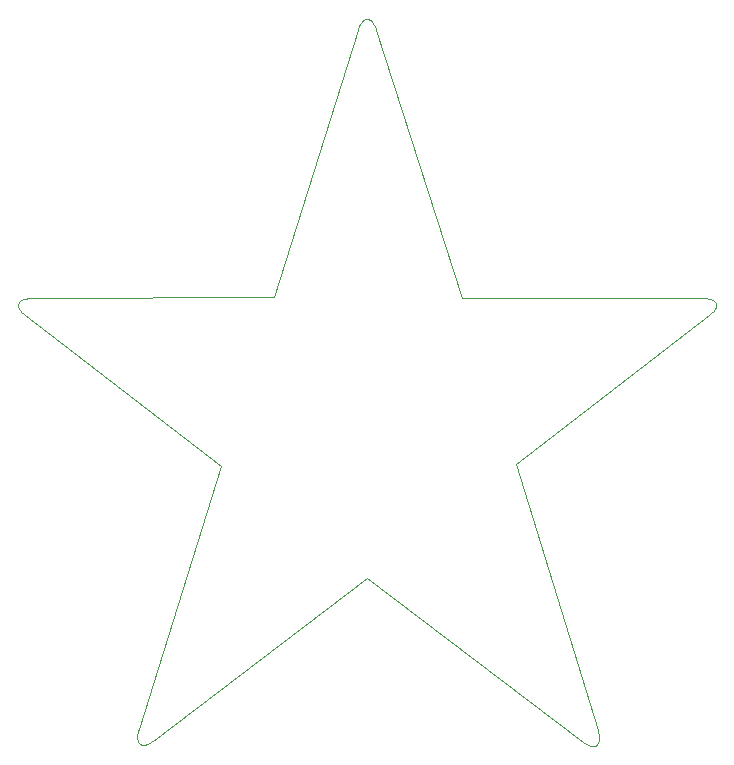
<source format=gm1>
G04 #@! TF.GenerationSoftware,KiCad,Pcbnew,8.0.3*
G04 #@! TF.CreationDate,2024-07-11T09:34:10-07:00*
G04 #@! TF.ProjectId,mozilla-star-badge,6d6f7a69-6c6c-4612-9d73-7461722d6261,rev?*
G04 #@! TF.SameCoordinates,Original*
G04 #@! TF.FileFunction,Profile,NP*
%FSLAX46Y46*%
G04 Gerber Fmt 4.6, Leading zero omitted, Abs format (unit mm)*
G04 Created by KiCad (PCBNEW 8.0.3) date 2024-07-11 09:34:10*
%MOMM*%
%LPD*%
G01*
G04 APERTURE LIST*
G04 #@! TA.AperFunction,Profile*
%ADD10C,0.103188*%
G04 #@! TD*
G04 APERTURE END LIST*
D10*
X30373079Y-63602876D02*
X30373530Y-63661877D01*
X30373530Y-63661877D02*
X30381028Y-63722751D01*
X30379625Y-63545908D02*
X30373079Y-63602876D01*
X30381028Y-63722751D02*
X30395624Y-63785339D01*
X30393117Y-63491131D02*
X30379625Y-63545908D01*
X30395624Y-63785339D02*
X30417368Y-63849484D01*
X30413507Y-63438705D02*
X30393117Y-63491131D01*
X30417368Y-63849484D02*
X30446309Y-63915025D01*
X30440743Y-63388788D02*
X30413507Y-63438705D01*
X30446309Y-63915025D02*
X30482499Y-63981805D01*
X30474775Y-63341539D02*
X30440743Y-63388788D01*
X30482499Y-63981805D02*
X30525987Y-64049663D01*
X30515553Y-63297116D02*
X30474775Y-63341539D01*
X30525987Y-64049663D02*
X30576824Y-64118442D01*
X30563026Y-63255680D02*
X30515553Y-63297116D01*
X30576824Y-64118442D02*
X30635059Y-64187982D01*
X30617146Y-63217389D02*
X30563026Y-63255680D01*
X30635059Y-64187982D02*
X30700744Y-64258125D01*
X30677860Y-63182401D02*
X30617146Y-63217389D01*
X30700744Y-64258125D02*
X30773928Y-64328710D01*
X30745120Y-63150875D02*
X30677860Y-63182401D01*
X30773928Y-64328710D02*
X30854661Y-64399581D01*
X30818875Y-63122972D02*
X30745120Y-63150875D01*
X30854661Y-64399581D02*
X30942994Y-64470577D01*
X30899074Y-63098848D02*
X30818875Y-63122972D01*
X30942994Y-64470577D02*
X47529946Y-77251677D01*
X30985667Y-63078664D02*
X30899074Y-63098848D01*
X31078605Y-63062578D02*
X30985667Y-63078664D01*
X31177837Y-63050749D02*
X31078605Y-63062578D01*
X31283312Y-63043336D02*
X31177837Y-63050749D01*
X31394981Y-63040497D02*
X31283312Y-63043336D01*
X40462288Y-100215546D02*
X40465794Y-100294284D01*
X40463596Y-100132044D02*
X40462288Y-100215546D01*
X40465794Y-100294284D02*
X40474010Y-100368178D01*
X40469820Y-100043857D02*
X40463596Y-100132044D01*
X40474010Y-100368178D02*
X40486833Y-100437150D01*
X40481065Y-99951064D02*
X40469820Y-100043857D01*
X40486833Y-100437150D02*
X40504159Y-100501121D01*
X40497433Y-99853745D02*
X40481065Y-99951064D01*
X40504159Y-100501121D02*
X40525886Y-100560011D01*
X40519028Y-99751977D02*
X40497433Y-99853745D01*
X40525886Y-100560011D02*
X40551910Y-100613741D01*
X40545953Y-99645841D02*
X40519028Y-99751977D01*
X40551910Y-100613741D02*
X40582128Y-100662233D01*
X40578311Y-99535415D02*
X40545953Y-99645841D01*
X40582128Y-100662233D02*
X40616436Y-100705406D01*
X40616436Y-100705406D02*
X40654731Y-100743183D01*
X40654731Y-100743183D02*
X40696910Y-100775483D01*
X40696910Y-100775483D02*
X40742870Y-100802229D01*
X40742870Y-100802229D02*
X40792507Y-100823340D01*
X40792507Y-100823340D02*
X40845718Y-100838737D01*
X40845718Y-100838737D02*
X40902400Y-100848342D01*
X40902400Y-100848342D02*
X40962449Y-100852076D01*
X40962449Y-100852076D02*
X41025762Y-100849858D01*
X41025762Y-100849858D02*
X41092236Y-100841611D01*
X41092236Y-100841611D02*
X41161768Y-100827255D01*
X41161768Y-100827255D02*
X41234253Y-100806711D01*
X41234253Y-100806711D02*
X41309590Y-100779900D01*
X41309590Y-100779900D02*
X41387674Y-100746743D01*
X41387674Y-100746743D02*
X41468403Y-100707160D01*
X41468403Y-100707160D02*
X41551672Y-100661073D01*
X41551672Y-100661073D02*
X41637379Y-100608402D01*
X41637379Y-100608402D02*
X41725421Y-100549068D01*
X41725421Y-100549068D02*
X41815694Y-100482993D01*
X41815694Y-100482993D02*
X59903771Y-86727457D01*
X47529946Y-77251677D02*
X40578311Y-99535415D01*
X52049815Y-62950878D02*
X31394981Y-63040497D01*
X59118375Y-40333167D02*
X52049815Y-62950878D01*
X59154050Y-40225563D02*
X59118375Y-40333167D01*
X59191694Y-40124493D02*
X59154050Y-40225563D01*
X59231185Y-40029957D02*
X59191694Y-40124493D01*
X59272402Y-39941955D02*
X59231185Y-40029957D01*
X59315224Y-39860485D02*
X59272402Y-39941955D01*
X59359528Y-39785549D02*
X59315224Y-39860485D01*
X59405195Y-39717144D02*
X59359528Y-39785549D01*
X59452102Y-39655272D02*
X59405195Y-39717144D01*
X59500128Y-39599931D02*
X59452102Y-39655272D01*
X59549151Y-39551121D02*
X59500128Y-39599931D01*
X59599050Y-39508842D02*
X59549151Y-39551121D01*
X59649704Y-39473093D02*
X59599050Y-39508842D01*
X59700991Y-39443875D02*
X59649704Y-39473093D01*
X59752790Y-39421186D02*
X59700991Y-39443875D01*
X59804979Y-39405027D02*
X59752790Y-39421186D01*
X59857438Y-39395396D02*
X59804979Y-39405027D01*
X59903771Y-86727457D02*
X78174763Y-100591517D01*
X59910043Y-39392294D02*
X59857438Y-39395396D01*
X59962675Y-39395720D02*
X59910043Y-39392294D01*
X60015211Y-39405674D02*
X59962675Y-39395720D01*
X60067530Y-39422156D02*
X60015211Y-39405674D01*
X60119512Y-39445164D02*
X60067530Y-39422156D01*
X60171033Y-39474699D02*
X60119512Y-39445164D01*
X60221973Y-39510761D02*
X60171033Y-39474699D01*
X60272211Y-39553348D02*
X60221973Y-39510761D01*
X60321625Y-39602462D02*
X60272211Y-39553348D01*
X60370094Y-39658100D02*
X60321625Y-39602462D01*
X60417496Y-39720263D02*
X60370094Y-39658100D01*
X60463709Y-39788950D02*
X60417496Y-39720263D01*
X60508613Y-39864162D02*
X60463709Y-39788950D01*
X60552086Y-39945897D02*
X60508613Y-39864162D01*
X60594006Y-40034156D02*
X60552086Y-39945897D01*
X60634252Y-40128938D02*
X60594006Y-40034156D01*
X60672703Y-40230242D02*
X60634252Y-40128938D01*
X60709237Y-40338068D02*
X60672703Y-40230242D01*
X67958436Y-62999889D02*
X60709237Y-40338068D01*
X72492310Y-77070027D02*
X88902822Y-64452412D01*
X78174763Y-100591517D02*
X78265961Y-100658099D01*
X78265961Y-100658099D02*
X78354929Y-100717857D01*
X78354929Y-100717857D02*
X78441563Y-100770873D01*
X78441563Y-100770873D02*
X78525756Y-100817226D01*
X78525756Y-100817226D02*
X78607404Y-100856998D01*
X78607404Y-100856998D02*
X78686402Y-100890268D01*
X78686402Y-100890268D02*
X78762645Y-100917119D01*
X78762645Y-100917119D02*
X78836028Y-100937629D01*
X78836028Y-100937629D02*
X78906445Y-100951880D01*
X78906445Y-100951880D02*
X78973792Y-100959953D01*
X78973792Y-100959953D02*
X79037964Y-100961928D01*
X79037964Y-100961928D02*
X79098854Y-100957885D01*
X79098854Y-100957885D02*
X79156359Y-100947906D01*
X79156359Y-100947906D02*
X79210373Y-100932071D01*
X79210373Y-100932071D02*
X79260791Y-100910460D01*
X79260791Y-100910460D02*
X79307509Y-100883155D01*
X79307509Y-100883155D02*
X79350420Y-100850235D01*
X79350420Y-100850235D02*
X79389420Y-100811782D01*
X79389420Y-100811782D02*
X79424403Y-100767875D01*
X79424403Y-100767875D02*
X79455265Y-100718597D01*
X79433617Y-99625774D02*
X72492310Y-77070027D01*
X79455265Y-100718597D02*
X79481901Y-100664027D01*
X79465895Y-99737557D02*
X79433617Y-99625774D01*
X79481901Y-100664027D02*
X79504206Y-100604245D01*
X79492686Y-99845015D02*
X79465895Y-99737557D01*
X79504206Y-100604245D02*
X79522073Y-100539333D01*
X79514095Y-99948069D02*
X79492686Y-99845015D01*
X79522073Y-100539333D02*
X79535399Y-100469372D01*
X79530226Y-100046636D02*
X79514095Y-99948069D01*
X79535399Y-100469372D02*
X79544079Y-100394441D01*
X79541185Y-100140638D02*
X79530226Y-100046636D01*
X79544079Y-100394441D02*
X79548006Y-100314621D01*
X79547076Y-100229993D02*
X79541185Y-100140638D01*
X79548006Y-100314621D02*
X79547076Y-100229993D01*
X88449435Y-63045398D02*
X67958436Y-62999889D01*
X88560227Y-63047962D02*
X88449435Y-63045398D01*
X88664890Y-63055042D02*
X88560227Y-63047962D01*
X88763374Y-63066483D02*
X88664890Y-63055042D01*
X88855630Y-63082128D02*
X88763374Y-63066483D01*
X88902822Y-64452412D02*
X88990206Y-64382332D01*
X88941605Y-63101820D02*
X88855630Y-63082128D01*
X88990206Y-64382332D02*
X89070050Y-64312391D01*
X89021251Y-63125405D02*
X88941605Y-63101820D01*
X89070050Y-64312391D02*
X89142406Y-64242746D01*
X89094517Y-63152724D02*
X89021251Y-63125405D01*
X89142406Y-64242746D02*
X89207324Y-64173553D01*
X89161352Y-63183623D02*
X89094517Y-63152724D01*
X89207324Y-64173553D02*
X89264854Y-64104969D01*
X89221707Y-63217943D02*
X89161352Y-63183623D01*
X89264854Y-64104969D02*
X89315046Y-64037150D01*
X89275530Y-63255530D02*
X89221707Y-63217943D01*
X89315046Y-64037150D02*
X89357952Y-63970251D01*
X89322771Y-63296227D02*
X89275530Y-63255530D01*
X89357952Y-63970251D02*
X89393621Y-63904431D01*
X89363380Y-63339878D02*
X89322771Y-63296227D01*
X89393621Y-63904431D02*
X89422104Y-63839843D01*
X89397306Y-63386325D02*
X89363380Y-63339878D01*
X89422104Y-63839843D02*
X89443451Y-63776647D01*
X89424500Y-63435414D02*
X89397306Y-63386325D01*
X89443451Y-63776647D02*
X89457712Y-63714996D01*
X89444910Y-63486986D02*
X89424500Y-63435414D01*
X89457712Y-63714996D02*
X89464938Y-63655049D01*
X89458487Y-63540887D02*
X89444910Y-63486986D01*
X89464938Y-63655049D02*
X89465180Y-63596960D01*
X89465180Y-63596960D02*
X89458487Y-63540887D01*
M02*

</source>
